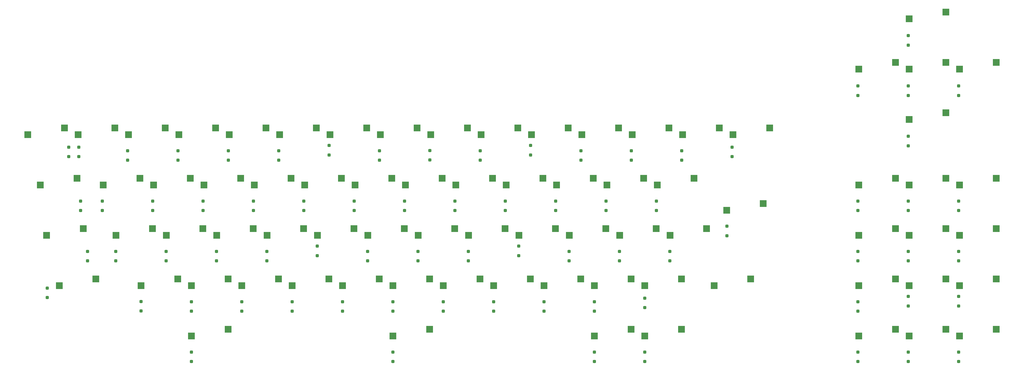
<source format=gbp>
G04 #@! TF.GenerationSoftware,KiCad,Pcbnew,8.0.2*
G04 #@! TF.CreationDate,2025-05-01T13:08:38+01:00*
G04 #@! TF.ProjectId,Keyboard,4b657962-6f61-4726-942e-6b696361645f,rev?*
G04 #@! TF.SameCoordinates,Original*
G04 #@! TF.FileFunction,Paste,Bot*
G04 #@! TF.FilePolarity,Positive*
%FSLAX46Y46*%
G04 Gerber Fmt 4.6, Leading zero omitted, Abs format (unit mm)*
G04 Created by KiCad (PCBNEW 8.0.2) date 2025-05-01 13:08:38*
%MOMM*%
%LPD*%
G01*
G04 APERTURE LIST*
G04 Aperture macros list*
%AMRoundRect*
0 Rectangle with rounded corners*
0 $1 Rounding radius*
0 $2 $3 $4 $5 $6 $7 $8 $9 X,Y pos of 4 corners*
0 Add a 4 corners polygon primitive as box body*
4,1,4,$2,$3,$4,$5,$6,$7,$8,$9,$2,$3,0*
0 Add four circle primitives for the rounded corners*
1,1,$1+$1,$2,$3*
1,1,$1+$1,$4,$5*
1,1,$1+$1,$6,$7*
1,1,$1+$1,$8,$9*
0 Add four rect primitives between the rounded corners*
20,1,$1+$1,$2,$3,$4,$5,0*
20,1,$1+$1,$4,$5,$6,$7,0*
20,1,$1+$1,$6,$7,$8,$9,0*
20,1,$1+$1,$8,$9,$2,$3,0*%
G04 Aperture macros list end*
%ADD10R,2.550000X2.500000*%
%ADD11RoundRect,0.300000X0.300000X-0.300000X0.300000X0.300000X-0.300000X0.300000X-0.300000X-0.300000X0*%
G04 APERTURE END LIST*
D10*
G04 #@! TO.C,SW17*
X343677500Y-157845000D03*
X329827500Y-160385000D03*
G04 #@! TD*
G04 #@! TO.C,SW9*
X438927500Y-113982500D03*
X425077500Y-116522500D03*
G04 #@! TD*
G04 #@! TO.C,SW60*
X157940000Y-176895000D03*
X144090000Y-179435000D03*
G04 #@! TD*
G04 #@! TO.C,SW27*
X305577500Y-157845000D03*
X291727500Y-160385000D03*
G04 #@! TD*
G04 #@! TO.C,SW22*
X338915000Y-195945000D03*
X325065000Y-198485000D03*
G04 #@! TD*
G04 #@! TO.C,SW69*
X138890000Y-176895000D03*
X125040000Y-179435000D03*
G04 #@! TD*
G04 #@! TO.C,SW33*
X277002500Y-138795000D03*
X263152500Y-141335000D03*
G04 #@! TD*
G04 #@! TO.C,SW63*
X167465000Y-195945000D03*
X153615000Y-198485000D03*
G04 #@! TD*
G04 #@! TO.C,SW7*
X438927500Y-214995000D03*
X425077500Y-217535000D03*
G04 #@! TD*
G04 #@! TO.C,SW36*
X291290000Y-176895000D03*
X277440000Y-179435000D03*
G04 #@! TD*
G04 #@! TO.C,SW50*
X191277500Y-157845000D03*
X177427500Y-160385000D03*
G04 #@! TD*
G04 #@! TO.C,SW10*
X419877500Y-157845000D03*
X406027500Y-160385000D03*
G04 #@! TD*
G04 #@! TO.C,SW1*
X457977500Y-113982500D03*
X444127500Y-116522500D03*
G04 #@! TD*
G04 #@! TO.C,SW13*
X419877500Y-195945000D03*
X406027500Y-198485000D03*
G04 #@! TD*
G04 #@! TO.C,SW42*
X248427500Y-157845000D03*
X234577500Y-160385000D03*
G04 #@! TD*
G04 #@! TO.C,SW30*
X319865000Y-195945000D03*
X306015000Y-198485000D03*
G04 #@! TD*
G04 #@! TO.C,SW62*
X186515000Y-195945000D03*
X172665000Y-198485000D03*
G04 #@! TD*
G04 #@! TO.C,SW53*
X196040000Y-176895000D03*
X182190000Y-179435000D03*
G04 #@! TD*
G04 #@! TO.C,SW79*
X372252500Y-138795000D03*
X358402500Y-141335000D03*
G04 #@! TD*
G04 #@! TO.C,SW14*
X438927500Y-195945000D03*
X425077500Y-198485000D03*
G04 #@! TD*
G04 #@! TO.C,SW65*
X143652500Y-138795000D03*
X129802500Y-141335000D03*
G04 #@! TD*
G04 #@! TO.C,SW31*
X300815000Y-195945000D03*
X286965000Y-198485000D03*
G04 #@! TD*
G04 #@! TO.C,SW37*
X272240000Y-176895000D03*
X258390000Y-179435000D03*
G04 #@! TD*
G04 #@! TO.C,SW70*
X112696250Y-176895000D03*
X98846250Y-179435000D03*
G04 #@! TD*
G04 #@! TO.C,SW39*
X281765000Y-195945000D03*
X267915000Y-198485000D03*
G04 #@! TD*
G04 #@! TO.C,SW6*
X457977500Y-214995000D03*
X444127500Y-217535000D03*
G04 #@! TD*
G04 #@! TO.C,SW20*
X419877500Y-176895000D03*
X406027500Y-179435000D03*
G04 #@! TD*
G04 #@! TO.C,SW21*
X117458750Y-195945000D03*
X103608750Y-198485000D03*
G04 #@! TD*
G04 #@! TO.C,SW38*
X262715000Y-195945000D03*
X248865000Y-198485000D03*
G04 #@! TD*
G04 #@! TO.C,SW68*
X110315000Y-157845000D03*
X96465000Y-160385000D03*
G04 #@! TD*
G04 #@! TO.C,SW56*
X181752500Y-138795000D03*
X167902500Y-141335000D03*
G04 #@! TD*
G04 #@! TO.C,SW59*
X153177500Y-157845000D03*
X139327500Y-160385000D03*
G04 #@! TD*
G04 #@! TO.C,SW902*
X319865000Y-214995000D03*
X306015000Y-217535000D03*
G04 #@! TD*
G04 #@! TO.C,SW43*
X229377500Y-157845000D03*
X215527500Y-160385000D03*
G04 #@! TD*
G04 #@! TO.C,SW901*
X167465000Y-214995000D03*
X153615000Y-217535000D03*
G04 #@! TD*
G04 #@! TO.C,SW19*
X348440000Y-176895000D03*
X334590000Y-179435000D03*
G04 #@! TD*
G04 #@! TO.C,SW34*
X286527500Y-157845000D03*
X272677500Y-160385000D03*
G04 #@! TD*
G04 #@! TO.C,SW23*
X338915000Y-214995000D03*
X325065000Y-217535000D03*
G04 #@! TD*
G04 #@! TO.C,SW11*
X438927500Y-157845000D03*
X425077500Y-160385000D03*
G04 #@! TD*
G04 #@! TO.C,SW41*
X238902500Y-138795000D03*
X225052500Y-141335000D03*
G04 #@! TD*
G04 #@! TO.C,SW45*
X253190000Y-176895000D03*
X239340000Y-179435000D03*
G04 #@! TD*
G04 #@! TO.C,SW8*
X419877500Y-113982500D03*
X406027500Y-116522500D03*
G04 #@! TD*
G04 #@! TO.C,SW52*
X215090000Y-176895000D03*
X201240000Y-179435000D03*
G04 #@! TD*
G04 #@! TO.C,SW5*
X457977500Y-195945000D03*
X444127500Y-198485000D03*
G04 #@! TD*
G04 #@! TO.C,SW16*
X353202500Y-138795000D03*
X339352500Y-141335000D03*
G04 #@! TD*
G04 #@! TO.C,SW4*
X457977500Y-176895000D03*
X444127500Y-179435000D03*
G04 #@! TD*
G04 #@! TO.C,SW67*
X134127500Y-157845000D03*
X120277500Y-160385000D03*
G04 #@! TD*
G04 #@! TO.C,SW18*
X369871250Y-167370000D03*
X356021250Y-169910000D03*
G04 #@! TD*
G04 #@! TO.C,SW25*
X315102500Y-138795000D03*
X301252500Y-141335000D03*
G04 #@! TD*
G04 #@! TO.C,SW24*
X334152500Y-138795000D03*
X320302500Y-141335000D03*
G04 #@! TD*
G04 #@! TO.C,SW12*
X438927500Y-176895000D03*
X425077500Y-179435000D03*
G04 #@! TD*
G04 #@! TO.C,SW66*
X105552500Y-138795000D03*
X91702500Y-141335000D03*
G04 #@! TD*
G04 #@! TO.C,SW28*
X329390000Y-176895000D03*
X315540000Y-179435000D03*
G04 #@! TD*
G04 #@! TO.C,SW29*
X310340000Y-176895000D03*
X296490000Y-179435000D03*
G04 #@! TD*
G04 #@! TO.C,SW58*
X172227500Y-157845000D03*
X158377500Y-160385000D03*
G04 #@! TD*
G04 #@! TO.C,SW15*
X419877500Y-214995000D03*
X406027500Y-217535000D03*
G04 #@! TD*
G04 #@! TO.C,SW3*
X457977500Y-157845000D03*
X444127500Y-160385000D03*
G04 #@! TD*
G04 #@! TO.C,SW48*
X219852500Y-138795000D03*
X206002500Y-141335000D03*
G04 #@! TD*
G04 #@! TO.C,SW57*
X162702500Y-138795000D03*
X148852500Y-141335000D03*
G04 #@! TD*
G04 #@! TO.C,SW61*
X176990000Y-176895000D03*
X163140000Y-179435000D03*
G04 #@! TD*
G04 #@! TO.C,SW0*
X438927500Y-94932500D03*
X425077500Y-97472500D03*
G04 #@! TD*
G04 #@! TO.C,SW47*
X243665000Y-214995000D03*
X229815000Y-217535000D03*
G04 #@! TD*
G04 #@! TO.C,SW64*
X124602500Y-138795000D03*
X110752500Y-141335000D03*
G04 #@! TD*
G04 #@! TO.C,SW71*
X148415000Y-195945000D03*
X134565000Y-198485000D03*
G04 #@! TD*
G04 #@! TO.C,SW35*
X267477500Y-157845000D03*
X253627500Y-160385000D03*
G04 #@! TD*
G04 #@! TO.C,SW51*
X210327500Y-157845000D03*
X196477500Y-160385000D03*
G04 #@! TD*
G04 #@! TO.C,SW54*
X224615000Y-195945000D03*
X210765000Y-198485000D03*
G04 #@! TD*
G04 #@! TO.C,SW46*
X243665000Y-195945000D03*
X229815000Y-198485000D03*
G04 #@! TD*
G04 #@! TO.C,SW49*
X200802500Y-138795000D03*
X186952500Y-141335000D03*
G04 #@! TD*
G04 #@! TO.C,SW26*
X324627500Y-157845000D03*
X310777500Y-160385000D03*
G04 #@! TD*
G04 #@! TO.C,SW2*
X438927500Y-133032500D03*
X425077500Y-135572500D03*
G04 #@! TD*
G04 #@! TO.C,SW40*
X257952500Y-138795000D03*
X244102500Y-141335000D03*
G04 #@! TD*
G04 #@! TO.C,SW32*
X296052500Y-138795000D03*
X282202500Y-141335000D03*
G04 #@! TD*
G04 #@! TO.C,SW55*
X205565000Y-195945000D03*
X191715000Y-198485000D03*
G04 #@! TD*
G04 #@! TO.C,SW121*
X365108750Y-195945000D03*
X351258750Y-198485000D03*
G04 #@! TD*
G04 #@! TO.C,SW44*
X234140000Y-176895000D03*
X220290000Y-179435000D03*
G04 #@! TD*
D11*
G04 #@! TO.C,D68*
X111645000Y-170060000D03*
X111645000Y-166460000D03*
G04 #@! TD*
G04 #@! TO.C,D38*
X248805000Y-208160000D03*
X248805000Y-204560000D03*
G04 #@! TD*
G04 #@! TO.C,D59*
X138950000Y-170060000D03*
X138950000Y-166460000D03*
G04 #@! TD*
G04 #@! TO.C,D56*
X167525000Y-151010000D03*
X167525000Y-147410000D03*
G04 #@! TD*
G04 #@! TO.C,D28*
X315480000Y-189110000D03*
X315480000Y-185510000D03*
G04 #@! TD*
G04 #@! TO.C,D23*
X325005000Y-227210000D03*
X325005000Y-223610000D03*
G04 #@! TD*
G04 #@! TO.C,D37*
X258330000Y-189110000D03*
X258330000Y-185510000D03*
G04 #@! TD*
G04 #@! TO.C,D15*
X405650000Y-227210000D03*
X405650000Y-223610000D03*
G04 #@! TD*
G04 #@! TO.C,D35*
X253250000Y-170060000D03*
X253250000Y-166460000D03*
G04 #@! TD*
G04 #@! TO.C,D40*
X243725000Y-150920000D03*
X243725000Y-147320000D03*
G04 #@! TD*
G04 #@! TO.C,D14*
X424700000Y-206165000D03*
X424700000Y-202565000D03*
G04 #@! TD*
G04 #@! TO.C,D70*
X114300000Y-189110000D03*
X114300000Y-185510000D03*
G04 #@! TD*
G04 #@! TO.C,D27*
X291350000Y-170060000D03*
X291350000Y-166460000D03*
G04 #@! TD*
G04 #@! TO.C,D6*
X443750000Y-227210000D03*
X443750000Y-223610000D03*
G04 #@! TD*
G04 #@! TO.C,D55*
X191655000Y-208160000D03*
X191655000Y-204560000D03*
G04 #@! TD*
G04 #@! TO.C,D44*
X220230000Y-189110000D03*
X220230000Y-185510000D03*
G04 #@! TD*
G04 #@! TO.C,D48*
X205625000Y-149015000D03*
X205625000Y-145415000D03*
G04 #@! TD*
G04 #@! TO.C,D63*
X153555000Y-208160000D03*
X153555000Y-204560000D03*
G04 #@! TD*
G04 #@! TO.C,D30*
X305955000Y-208160000D03*
X305955000Y-204560000D03*
G04 #@! TD*
G04 #@! TO.C,D53*
X182130000Y-189110000D03*
X182130000Y-185510000D03*
G04 #@! TD*
G04 #@! TO.C,D4*
X443750000Y-189110000D03*
X443750000Y-185510000D03*
G04 #@! TD*
G04 #@! TO.C,D34*
X272300000Y-170060000D03*
X272300000Y-166460000D03*
G04 #@! TD*
G04 #@! TO.C,D33*
X262775000Y-151010000D03*
X262775000Y-147410000D03*
G04 #@! TD*
G04 #@! TO.C,D32*
X281825000Y-149015000D03*
X281825000Y-145415000D03*
G04 #@! TD*
G04 #@! TO.C,D11*
X424700000Y-170060000D03*
X424700000Y-166460000D03*
G04 #@! TD*
G04 #@! TO.C,D16*
X338975000Y-151010000D03*
X338975000Y-147410000D03*
G04 #@! TD*
G04 #@! TO.C,D21*
X99060000Y-202990000D03*
X99060000Y-199390000D03*
G04 #@! TD*
G04 #@! TO.C,D29*
X296430000Y-189110000D03*
X296430000Y-185510000D03*
G04 #@! TD*
G04 #@! TO.C,D1*
X443750000Y-126515000D03*
X443750000Y-122915000D03*
G04 #@! TD*
G04 #@! TO.C,D46*
X229755000Y-208160000D03*
X229755000Y-204560000D03*
G04 #@! TD*
G04 #@! TO.C,D902*
X305955000Y-227210000D03*
X305955000Y-223610000D03*
G04 #@! TD*
G04 #@! TO.C,D31*
X286905000Y-208160000D03*
X286905000Y-204560000D03*
G04 #@! TD*
G04 #@! TO.C,D22*
X325005000Y-206800000D03*
X325005000Y-203200000D03*
G04 #@! TD*
G04 #@! TO.C,D25*
X300875000Y-151010000D03*
X300875000Y-147410000D03*
G04 #@! TD*
G04 #@! TO.C,D41*
X224675000Y-151010000D03*
X224675000Y-147410000D03*
G04 #@! TD*
G04 #@! TO.C,D2*
X424700000Y-145565000D03*
X424700000Y-141965000D03*
G04 #@! TD*
G04 #@! TO.C,D58*
X158000000Y-170060000D03*
X158000000Y-166460000D03*
G04 #@! TD*
G04 #@! TO.C,D64*
X111010000Y-149650000D03*
X111010000Y-146050000D03*
G04 #@! TD*
G04 #@! TO.C,D19*
X334530000Y-189110000D03*
X334530000Y-185510000D03*
G04 #@! TD*
G04 #@! TO.C,D20*
X405650000Y-189110000D03*
X405650000Y-185510000D03*
G04 #@! TD*
G04 #@! TO.C,D45*
X239280000Y-189110000D03*
X239280000Y-185510000D03*
G04 #@! TD*
G04 #@! TO.C,D47*
X229755000Y-227210000D03*
X229755000Y-223610000D03*
G04 #@! TD*
G04 #@! TO.C,D10*
X405650000Y-170060000D03*
X405650000Y-166460000D03*
G04 #@! TD*
G04 #@! TO.C,D24*
X319925000Y-151010000D03*
X319925000Y-147410000D03*
G04 #@! TD*
G04 #@! TO.C,D7*
X424700000Y-227210000D03*
X424700000Y-223610000D03*
G04 #@! TD*
G04 #@! TO.C,D9*
X424700000Y-126515000D03*
X424700000Y-122915000D03*
G04 #@! TD*
G04 #@! TO.C,D51*
X196100000Y-170060000D03*
X196100000Y-166460000D03*
G04 #@! TD*
G04 #@! TO.C,D0*
X424700000Y-107465000D03*
X424700000Y-103865000D03*
G04 #@! TD*
G04 #@! TO.C,D71*
X134505000Y-208070000D03*
X134505000Y-204470000D03*
G04 #@! TD*
G04 #@! TO.C,D54*
X210705000Y-208160000D03*
X210705000Y-204560000D03*
G04 #@! TD*
G04 #@! TO.C,D13*
X405650000Y-208160000D03*
X405650000Y-204560000D03*
G04 #@! TD*
G04 #@! TO.C,D39*
X267855000Y-208160000D03*
X267855000Y-204560000D03*
G04 #@! TD*
G04 #@! TO.C,D43*
X215150000Y-170060000D03*
X215150000Y-166460000D03*
G04 #@! TD*
G04 #@! TO.C,D26*
X310400000Y-170060000D03*
X310400000Y-166460000D03*
G04 #@! TD*
G04 #@! TO.C,D901*
X153555000Y-227210000D03*
X153555000Y-223610000D03*
G04 #@! TD*
G04 #@! TO.C,D36*
X277380000Y-187115000D03*
X277380000Y-183515000D03*
G04 #@! TD*
G04 #@! TO.C,D79*
X358025000Y-149650000D03*
X358025000Y-146050000D03*
G04 #@! TD*
G04 #@! TO.C,D65*
X129425000Y-151010000D03*
X129425000Y-147410000D03*
G04 #@! TD*
G04 #@! TO.C,D42*
X234200000Y-170060000D03*
X234200000Y-166460000D03*
G04 #@! TD*
G04 #@! TO.C,D66*
X107200000Y-149650000D03*
X107200000Y-146050000D03*
G04 #@! TD*
G04 #@! TO.C,D3*
X443750000Y-170060000D03*
X443750000Y-166460000D03*
G04 #@! TD*
G04 #@! TO.C,D69*
X124980000Y-189110000D03*
X124980000Y-185510000D03*
G04 #@! TD*
G04 #@! TO.C,D50*
X177050000Y-170060000D03*
X177050000Y-166460000D03*
G04 #@! TD*
G04 #@! TO.C,D18*
X356120000Y-179585000D03*
X356120000Y-175985000D03*
G04 #@! TD*
G04 #@! TO.C,D52*
X201180000Y-187115000D03*
X201180000Y-183515000D03*
G04 #@! TD*
G04 #@! TO.C,D61*
X163080000Y-189110000D03*
X163080000Y-185510000D03*
G04 #@! TD*
G04 #@! TO.C,D49*
X186575000Y-151010000D03*
X186575000Y-147410000D03*
G04 #@! TD*
G04 #@! TO.C,D60*
X144030000Y-189110000D03*
X144030000Y-185510000D03*
G04 #@! TD*
G04 #@! TO.C,D5*
X443750000Y-206165000D03*
X443750000Y-202565000D03*
G04 #@! TD*
G04 #@! TO.C,D67*
X119900000Y-170060000D03*
X119900000Y-166460000D03*
G04 #@! TD*
G04 #@! TO.C,D57*
X148475000Y-151010000D03*
X148475000Y-147410000D03*
G04 #@! TD*
G04 #@! TO.C,D12*
X424700000Y-189110000D03*
X424700000Y-185510000D03*
G04 #@! TD*
G04 #@! TO.C,D17*
X329450000Y-170060000D03*
X329450000Y-166460000D03*
G04 #@! TD*
G04 #@! TO.C,D8*
X405650000Y-126515000D03*
X405650000Y-122915000D03*
G04 #@! TD*
G04 #@! TO.C,D62*
X172605000Y-208160000D03*
X172605000Y-204560000D03*
G04 #@! TD*
M02*

</source>
